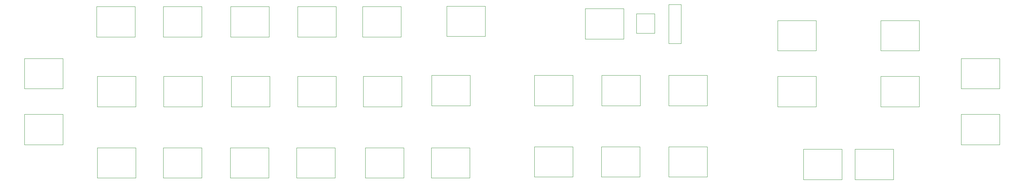
<source format=gbr>
G04 #@! TF.GenerationSoftware,KiCad,Pcbnew,(5.0.2)-1*
G04 #@! TF.CreationDate,2019-08-02T19:21:12-04:00*
G04 #@! TF.ProjectId,A-10C-UFC,412d3130-432d-4554-9643-2e6b69636164,1.2*
G04 #@! TF.SameCoordinates,Original*
G04 #@! TF.FileFunction,Other,User*
%FSLAX46Y46*%
G04 Gerber Fmt 4.6, Leading zero omitted, Abs format (unit mm)*
G04 Created by KiCad (PCBNEW (5.0.2)-1) date 8/2/2019 7:21:12 PM*
%MOMM*%
%LPD*%
G01*
G04 APERTURE LIST*
%ADD10C,0.050000*%
G04 APERTURE END LIST*
D10*
G04 #@! TO.C,SW24*
X220979000Y-84221000D02*
X220979000Y-91221000D01*
X220729000Y-91471000D02*
X211729000Y-91471000D01*
X211479000Y-91221000D02*
X211479000Y-84221000D01*
X211729000Y-83971000D02*
X220729000Y-83971000D01*
X211479000Y-91471000D02*
X211729000Y-91471000D01*
X211479000Y-91221000D02*
X211479000Y-91471000D01*
X211479000Y-83971000D02*
X211729000Y-83971000D01*
X211479000Y-84221000D02*
X211479000Y-83971000D01*
X220979000Y-83971000D02*
X220979000Y-84221000D01*
X220729000Y-83971000D02*
X220979000Y-83971000D01*
X220979000Y-91471000D02*
X220979000Y-91221000D01*
X220729000Y-91471000D02*
X220979000Y-91471000D01*
G04 #@! TO.C,SW22*
X204092000Y-109124000D02*
X204342000Y-109124000D01*
X204342000Y-109124000D02*
X204342000Y-108874000D01*
X204092000Y-101624000D02*
X204342000Y-101624000D01*
X204342000Y-101624000D02*
X204342000Y-101874000D01*
X194842000Y-101874000D02*
X194842000Y-101624000D01*
X194842000Y-101624000D02*
X195092000Y-101624000D01*
X194842000Y-108874000D02*
X194842000Y-109124000D01*
X194842000Y-109124000D02*
X195092000Y-109124000D01*
X195092000Y-101624000D02*
X204092000Y-101624000D01*
X194842000Y-108874000D02*
X194842000Y-101874000D01*
X204092000Y-109124000D02*
X195092000Y-109124000D01*
X204342000Y-101874000D02*
X204342000Y-108874000D01*
G04 #@! TO.C,SW12*
X146049000Y-67203000D02*
X146049000Y-74203000D01*
X145799000Y-74453000D02*
X136799000Y-74453000D01*
X136549000Y-74203000D02*
X136549000Y-67203000D01*
X136799000Y-66953000D02*
X145799000Y-66953000D01*
X136549000Y-74453000D02*
X136799000Y-74453000D01*
X136549000Y-74203000D02*
X136549000Y-74453000D01*
X136549000Y-66953000D02*
X136799000Y-66953000D01*
X136549000Y-67203000D02*
X136549000Y-66953000D01*
X146049000Y-66953000D02*
X146049000Y-67203000D01*
X145799000Y-66953000D02*
X146049000Y-66953000D01*
X146049000Y-74453000D02*
X146049000Y-74203000D01*
X145799000Y-74453000D02*
X146049000Y-74453000D01*
G04 #@! TO.C,SW25*
X220852000Y-101874000D02*
X220852000Y-108874000D01*
X220602000Y-109124000D02*
X211602000Y-109124000D01*
X211352000Y-108874000D02*
X211352000Y-101874000D01*
X211602000Y-101624000D02*
X220602000Y-101624000D01*
X211352000Y-109124000D02*
X211602000Y-109124000D01*
X211352000Y-108874000D02*
X211352000Y-109124000D01*
X211352000Y-101624000D02*
X211602000Y-101624000D01*
X211352000Y-101874000D02*
X211352000Y-101624000D01*
X220852000Y-101624000D02*
X220852000Y-101874000D01*
X220602000Y-101624000D02*
X220852000Y-101624000D01*
X220852000Y-109124000D02*
X220852000Y-108874000D01*
X220602000Y-109124000D02*
X220852000Y-109124000D01*
G04 #@! TO.C,SW31*
X283086000Y-109759000D02*
X283336000Y-109759000D01*
X283336000Y-109759000D02*
X283336000Y-109509000D01*
X283086000Y-102259000D02*
X283336000Y-102259000D01*
X283336000Y-102259000D02*
X283336000Y-102509000D01*
X273836000Y-102509000D02*
X273836000Y-102259000D01*
X273836000Y-102259000D02*
X274086000Y-102259000D01*
X273836000Y-109509000D02*
X273836000Y-109759000D01*
X273836000Y-109759000D02*
X274086000Y-109759000D01*
X274086000Y-102259000D02*
X283086000Y-102259000D01*
X273836000Y-109509000D02*
X273836000Y-102509000D01*
X283086000Y-109759000D02*
X274086000Y-109759000D01*
X283336000Y-102509000D02*
X283336000Y-109509000D01*
G04 #@! TO.C,SW23*
X216915000Y-67711000D02*
X216915000Y-74711000D01*
X216665000Y-74961000D02*
X207665000Y-74961000D01*
X207415000Y-74711000D02*
X207415000Y-67711000D01*
X207665000Y-67461000D02*
X216665000Y-67461000D01*
X207415000Y-74961000D02*
X207665000Y-74961000D01*
X207415000Y-74711000D02*
X207415000Y-74961000D01*
X207415000Y-67461000D02*
X207665000Y-67461000D01*
X207415000Y-67711000D02*
X207415000Y-67461000D01*
X216915000Y-67461000D02*
X216915000Y-67711000D01*
X216665000Y-67461000D02*
X216915000Y-67461000D01*
X216915000Y-74961000D02*
X216915000Y-74711000D01*
X216665000Y-74961000D02*
X216915000Y-74961000D01*
G04 #@! TO.C,SW32*
X289436000Y-77882000D02*
X289686000Y-77882000D01*
X289686000Y-77882000D02*
X289686000Y-77632000D01*
X289436000Y-70382000D02*
X289686000Y-70382000D01*
X289686000Y-70382000D02*
X289686000Y-70632000D01*
X280186000Y-70632000D02*
X280186000Y-70382000D01*
X280186000Y-70382000D02*
X280436000Y-70382000D01*
X280186000Y-77632000D02*
X280186000Y-77882000D01*
X280186000Y-77882000D02*
X280436000Y-77882000D01*
X280436000Y-70382000D02*
X289436000Y-70382000D01*
X280186000Y-77632000D02*
X280186000Y-70632000D01*
X289436000Y-77882000D02*
X280436000Y-77882000D01*
X289686000Y-70632000D02*
X289686000Y-77632000D01*
G04 #@! TO.C,SW14*
X145795000Y-102128000D02*
X145795000Y-109128000D01*
X145545000Y-109378000D02*
X136545000Y-109378000D01*
X136295000Y-109128000D02*
X136295000Y-102128000D01*
X136545000Y-101878000D02*
X145545000Y-101878000D01*
X136295000Y-109378000D02*
X136545000Y-109378000D01*
X136295000Y-109128000D02*
X136295000Y-109378000D01*
X136295000Y-101878000D02*
X136545000Y-101878000D01*
X136295000Y-102128000D02*
X136295000Y-101878000D01*
X145795000Y-101878000D02*
X145795000Y-102128000D01*
X145545000Y-101878000D02*
X145795000Y-101878000D01*
X145795000Y-109378000D02*
X145795000Y-109128000D01*
X145545000Y-109378000D02*
X145795000Y-109378000D01*
G04 #@! TO.C,SW16*
X162178000Y-84475000D02*
X162178000Y-91475000D01*
X161928000Y-91725000D02*
X152928000Y-91725000D01*
X152678000Y-91475000D02*
X152678000Y-84475000D01*
X152928000Y-84225000D02*
X161928000Y-84225000D01*
X152678000Y-91725000D02*
X152928000Y-91725000D01*
X152678000Y-91475000D02*
X152678000Y-91725000D01*
X152678000Y-84225000D02*
X152928000Y-84225000D01*
X152678000Y-84475000D02*
X152678000Y-84225000D01*
X162178000Y-84225000D02*
X162178000Y-84475000D01*
X161928000Y-84225000D02*
X162178000Y-84225000D01*
X162178000Y-91725000D02*
X162178000Y-91475000D01*
X161928000Y-91725000D02*
X162178000Y-91725000D01*
G04 #@! TO.C,SW2*
X78739000Y-93873000D02*
X78739000Y-100873000D01*
X78489000Y-101123000D02*
X69489000Y-101123000D01*
X69239000Y-100873000D02*
X69239000Y-93873000D01*
X69489000Y-93623000D02*
X78489000Y-93623000D01*
X69239000Y-101123000D02*
X69489000Y-101123000D01*
X69239000Y-100873000D02*
X69239000Y-101123000D01*
X69239000Y-93623000D02*
X69489000Y-93623000D01*
X69239000Y-93873000D02*
X69239000Y-93623000D01*
X78739000Y-93623000D02*
X78739000Y-93873000D01*
X78489000Y-93623000D02*
X78739000Y-93623000D01*
X78739000Y-101123000D02*
X78739000Y-100873000D01*
X78489000Y-101123000D02*
X78739000Y-101123000D01*
G04 #@! TO.C,SW35*
X309498000Y-93873000D02*
X309498000Y-100873000D01*
X309248000Y-101123000D02*
X300248000Y-101123000D01*
X299998000Y-100873000D02*
X299998000Y-93873000D01*
X300248000Y-93623000D02*
X309248000Y-93623000D01*
X299998000Y-101123000D02*
X300248000Y-101123000D01*
X299998000Y-100873000D02*
X299998000Y-101123000D01*
X299998000Y-93623000D02*
X300248000Y-93623000D01*
X299998000Y-93873000D02*
X299998000Y-93623000D01*
X309498000Y-93623000D02*
X309498000Y-93873000D01*
X309248000Y-93623000D02*
X309498000Y-93623000D01*
X309498000Y-101123000D02*
X309498000Y-100873000D01*
X309248000Y-101123000D02*
X309498000Y-101123000D01*
G04 #@! TO.C,SW17*
X162436000Y-109378000D02*
X162686000Y-109378000D01*
X162686000Y-109378000D02*
X162686000Y-109128000D01*
X162436000Y-101878000D02*
X162686000Y-101878000D01*
X162686000Y-101878000D02*
X162686000Y-102128000D01*
X153186000Y-102128000D02*
X153186000Y-101878000D01*
X153186000Y-101878000D02*
X153436000Y-101878000D01*
X153186000Y-109128000D02*
X153186000Y-109378000D01*
X153186000Y-109378000D02*
X153436000Y-109378000D01*
X153436000Y-101878000D02*
X162436000Y-101878000D01*
X153186000Y-109128000D02*
X153186000Y-102128000D01*
X162436000Y-109378000D02*
X153436000Y-109378000D01*
X162686000Y-102128000D02*
X162686000Y-109128000D01*
G04 #@! TO.C,SW15*
X162051000Y-67203000D02*
X162051000Y-74203000D01*
X161801000Y-74453000D02*
X152801000Y-74453000D01*
X152551000Y-74203000D02*
X152551000Y-67203000D01*
X152801000Y-66953000D02*
X161801000Y-66953000D01*
X152551000Y-74453000D02*
X152801000Y-74453000D01*
X152551000Y-74203000D02*
X152551000Y-74453000D01*
X152551000Y-66953000D02*
X152801000Y-66953000D01*
X152551000Y-67203000D02*
X152551000Y-66953000D01*
X162051000Y-66953000D02*
X162051000Y-67203000D01*
X161801000Y-66953000D02*
X162051000Y-66953000D01*
X162051000Y-74453000D02*
X162051000Y-74203000D01*
X161801000Y-74453000D02*
X162051000Y-74453000D01*
G04 #@! TO.C,SW8*
X112652000Y-109378000D02*
X112902000Y-109378000D01*
X112902000Y-109378000D02*
X112902000Y-109128000D01*
X112652000Y-101878000D02*
X112902000Y-101878000D01*
X112902000Y-101878000D02*
X112902000Y-102128000D01*
X103402000Y-102128000D02*
X103402000Y-101878000D01*
X103402000Y-101878000D02*
X103652000Y-101878000D01*
X103402000Y-109128000D02*
X103402000Y-109378000D01*
X103402000Y-109378000D02*
X103652000Y-109378000D01*
X103652000Y-101878000D02*
X112652000Y-101878000D01*
X103402000Y-109128000D02*
X103402000Y-102128000D01*
X112652000Y-109378000D02*
X103652000Y-109378000D01*
X112902000Y-102128000D02*
X112902000Y-109128000D01*
G04 #@! TO.C,SW29*
X264036000Y-91725000D02*
X264286000Y-91725000D01*
X264286000Y-91725000D02*
X264286000Y-91475000D01*
X264036000Y-84225000D02*
X264286000Y-84225000D01*
X264286000Y-84225000D02*
X264286000Y-84475000D01*
X254786000Y-84475000D02*
X254786000Y-84225000D01*
X254786000Y-84225000D02*
X255036000Y-84225000D01*
X254786000Y-91475000D02*
X254786000Y-91725000D01*
X254786000Y-91725000D02*
X255036000Y-91725000D01*
X255036000Y-84225000D02*
X264036000Y-84225000D01*
X254786000Y-91475000D02*
X254786000Y-84475000D01*
X264036000Y-91725000D02*
X255036000Y-91725000D01*
X264286000Y-84475000D02*
X264286000Y-91475000D01*
G04 #@! TO.C,SW11*
X129412000Y-102128000D02*
X129412000Y-109128000D01*
X129162000Y-109378000D02*
X120162000Y-109378000D01*
X119912000Y-109128000D02*
X119912000Y-102128000D01*
X120162000Y-101878000D02*
X129162000Y-101878000D01*
X119912000Y-109378000D02*
X120162000Y-109378000D01*
X119912000Y-109128000D02*
X119912000Y-109378000D01*
X119912000Y-101878000D02*
X120162000Y-101878000D01*
X119912000Y-102128000D02*
X119912000Y-101878000D01*
X129412000Y-101878000D02*
X129412000Y-102128000D01*
X129162000Y-101878000D02*
X129412000Y-101878000D01*
X129412000Y-109378000D02*
X129412000Y-109128000D01*
X129162000Y-109378000D02*
X129412000Y-109378000D01*
G04 #@! TO.C,SW3*
X96519000Y-67203000D02*
X96519000Y-74203000D01*
X96269000Y-74453000D02*
X87269000Y-74453000D01*
X87019000Y-74203000D02*
X87019000Y-67203000D01*
X87269000Y-66953000D02*
X96269000Y-66953000D01*
X87019000Y-74453000D02*
X87269000Y-74453000D01*
X87019000Y-74203000D02*
X87019000Y-74453000D01*
X87019000Y-66953000D02*
X87269000Y-66953000D01*
X87019000Y-67203000D02*
X87019000Y-66953000D01*
X96519000Y-66953000D02*
X96519000Y-67203000D01*
X96269000Y-66953000D02*
X96519000Y-66953000D01*
X96519000Y-74453000D02*
X96519000Y-74203000D01*
X96269000Y-74453000D02*
X96519000Y-74453000D01*
G04 #@! TO.C,SW6*
X112652000Y-74453000D02*
X112902000Y-74453000D01*
X112902000Y-74453000D02*
X112902000Y-74203000D01*
X112652000Y-66953000D02*
X112902000Y-66953000D01*
X112902000Y-66953000D02*
X112902000Y-67203000D01*
X103402000Y-67203000D02*
X103402000Y-66953000D01*
X103402000Y-66953000D02*
X103652000Y-66953000D01*
X103402000Y-74203000D02*
X103402000Y-74453000D01*
X103402000Y-74453000D02*
X103652000Y-74453000D01*
X103652000Y-66953000D02*
X112652000Y-66953000D01*
X103402000Y-74203000D02*
X103402000Y-67203000D01*
X112652000Y-74453000D02*
X103652000Y-74453000D01*
X112902000Y-67203000D02*
X112902000Y-74203000D01*
G04 #@! TO.C,SW18*
X182502000Y-74326000D02*
X182752000Y-74326000D01*
X182752000Y-74326000D02*
X182752000Y-74076000D01*
X182502000Y-66826000D02*
X182752000Y-66826000D01*
X182752000Y-66826000D02*
X182752000Y-67076000D01*
X173252000Y-67076000D02*
X173252000Y-66826000D01*
X173252000Y-66826000D02*
X173502000Y-66826000D01*
X173252000Y-74076000D02*
X173252000Y-74326000D01*
X173252000Y-74326000D02*
X173502000Y-74326000D01*
X173502000Y-66826000D02*
X182502000Y-66826000D01*
X173252000Y-74076000D02*
X173252000Y-67076000D01*
X182502000Y-74326000D02*
X173502000Y-74326000D01*
X182752000Y-67076000D02*
X182752000Y-74076000D01*
G04 #@! TO.C,D1*
X224500000Y-68700000D02*
X220000000Y-68700000D01*
X220000000Y-68700000D02*
X220000000Y-73550000D01*
X220000000Y-73550000D02*
X224500000Y-73550000D01*
X224500000Y-73550000D02*
X224500000Y-68700000D01*
G04 #@! TO.C,SW19*
X178819000Y-91471000D02*
X179069000Y-91471000D01*
X179069000Y-91471000D02*
X179069000Y-91221000D01*
X178819000Y-83971000D02*
X179069000Y-83971000D01*
X179069000Y-83971000D02*
X179069000Y-84221000D01*
X169569000Y-84221000D02*
X169569000Y-83971000D01*
X169569000Y-83971000D02*
X169819000Y-83971000D01*
X169569000Y-91221000D02*
X169569000Y-91471000D01*
X169569000Y-91471000D02*
X169819000Y-91471000D01*
X169819000Y-83971000D02*
X178819000Y-83971000D01*
X169569000Y-91221000D02*
X169569000Y-84221000D01*
X178819000Y-91471000D02*
X169819000Y-91471000D01*
X179069000Y-84221000D02*
X179069000Y-91221000D01*
G04 #@! TO.C,SW33*
X289436000Y-91725000D02*
X289686000Y-91725000D01*
X289686000Y-91725000D02*
X289686000Y-91475000D01*
X289436000Y-84225000D02*
X289686000Y-84225000D01*
X289686000Y-84225000D02*
X289686000Y-84475000D01*
X280186000Y-84475000D02*
X280186000Y-84225000D01*
X280186000Y-84225000D02*
X280436000Y-84225000D01*
X280186000Y-91475000D02*
X280186000Y-91725000D01*
X280186000Y-91725000D02*
X280436000Y-91725000D01*
X280436000Y-84225000D02*
X289436000Y-84225000D01*
X280186000Y-91475000D02*
X280186000Y-84475000D01*
X289436000Y-91725000D02*
X280436000Y-91725000D01*
X289686000Y-84475000D02*
X289686000Y-91475000D01*
G04 #@! TO.C,SW20*
X178692000Y-109378000D02*
X178942000Y-109378000D01*
X178942000Y-109378000D02*
X178942000Y-109128000D01*
X178692000Y-101878000D02*
X178942000Y-101878000D01*
X178942000Y-101878000D02*
X178942000Y-102128000D01*
X169442000Y-102128000D02*
X169442000Y-101878000D01*
X169442000Y-101878000D02*
X169692000Y-101878000D01*
X169442000Y-109128000D02*
X169442000Y-109378000D01*
X169442000Y-109378000D02*
X169692000Y-109378000D01*
X169692000Y-101878000D02*
X178692000Y-101878000D01*
X169442000Y-109128000D02*
X169442000Y-102128000D01*
X178692000Y-109378000D02*
X169692000Y-109378000D01*
X178942000Y-102128000D02*
X178942000Y-109128000D01*
G04 #@! TO.C,SW7*
X112779000Y-91725000D02*
X113029000Y-91725000D01*
X113029000Y-91725000D02*
X113029000Y-91475000D01*
X112779000Y-84225000D02*
X113029000Y-84225000D01*
X113029000Y-84225000D02*
X113029000Y-84475000D01*
X103529000Y-84475000D02*
X103529000Y-84225000D01*
X103529000Y-84225000D02*
X103779000Y-84225000D01*
X103529000Y-91475000D02*
X103529000Y-91725000D01*
X103529000Y-91725000D02*
X103779000Y-91725000D01*
X103779000Y-84225000D02*
X112779000Y-84225000D01*
X103529000Y-91475000D02*
X103529000Y-84475000D01*
X112779000Y-91725000D02*
X103779000Y-91725000D01*
X113029000Y-84475000D02*
X113029000Y-91475000D01*
G04 #@! TO.C,SW30*
X270386000Y-109759000D02*
X270636000Y-109759000D01*
X270636000Y-109759000D02*
X270636000Y-109509000D01*
X270386000Y-102259000D02*
X270636000Y-102259000D01*
X270636000Y-102259000D02*
X270636000Y-102509000D01*
X261136000Y-102509000D02*
X261136000Y-102259000D01*
X261136000Y-102259000D02*
X261386000Y-102259000D01*
X261136000Y-109509000D02*
X261136000Y-109759000D01*
X261136000Y-109759000D02*
X261386000Y-109759000D01*
X261386000Y-102259000D02*
X270386000Y-102259000D01*
X261136000Y-109509000D02*
X261136000Y-102509000D01*
X270386000Y-109759000D02*
X261386000Y-109759000D01*
X270636000Y-102509000D02*
X270636000Y-109509000D01*
G04 #@! TO.C,SW13*
X146049000Y-84475000D02*
X146049000Y-91475000D01*
X145799000Y-91725000D02*
X136799000Y-91725000D01*
X136549000Y-91475000D02*
X136549000Y-84475000D01*
X136799000Y-84225000D02*
X145799000Y-84225000D01*
X136549000Y-91725000D02*
X136799000Y-91725000D01*
X136549000Y-91475000D02*
X136549000Y-91725000D01*
X136549000Y-84225000D02*
X136799000Y-84225000D01*
X136549000Y-84475000D02*
X136549000Y-84225000D01*
X146049000Y-84225000D02*
X146049000Y-84475000D01*
X145799000Y-84225000D02*
X146049000Y-84225000D01*
X146049000Y-91725000D02*
X146049000Y-91475000D01*
X145799000Y-91725000D02*
X146049000Y-91725000D01*
G04 #@! TO.C,SW10*
X129416000Y-91725000D02*
X129666000Y-91725000D01*
X129666000Y-91725000D02*
X129666000Y-91475000D01*
X129416000Y-84225000D02*
X129666000Y-84225000D01*
X129666000Y-84225000D02*
X129666000Y-84475000D01*
X120166000Y-84475000D02*
X120166000Y-84225000D01*
X120166000Y-84225000D02*
X120416000Y-84225000D01*
X120166000Y-91475000D02*
X120166000Y-91725000D01*
X120166000Y-91725000D02*
X120416000Y-91725000D01*
X120416000Y-84225000D02*
X129416000Y-84225000D01*
X120166000Y-91475000D02*
X120166000Y-84475000D01*
X129416000Y-91725000D02*
X120416000Y-91725000D01*
X129666000Y-84475000D02*
X129666000Y-91475000D01*
G04 #@! TO.C,SW27*
X237489000Y-101874000D02*
X237489000Y-108874000D01*
X237239000Y-109124000D02*
X228239000Y-109124000D01*
X227989000Y-108874000D02*
X227989000Y-101874000D01*
X228239000Y-101624000D02*
X237239000Y-101624000D01*
X227989000Y-109124000D02*
X228239000Y-109124000D01*
X227989000Y-108874000D02*
X227989000Y-109124000D01*
X227989000Y-101624000D02*
X228239000Y-101624000D01*
X227989000Y-101874000D02*
X227989000Y-101624000D01*
X237489000Y-101624000D02*
X237489000Y-101874000D01*
X237239000Y-101624000D02*
X237489000Y-101624000D01*
X237489000Y-109124000D02*
X237489000Y-108874000D01*
X237239000Y-109124000D02*
X237489000Y-109124000D01*
G04 #@! TO.C,SW9*
X129289000Y-74453000D02*
X129539000Y-74453000D01*
X129539000Y-74453000D02*
X129539000Y-74203000D01*
X129289000Y-66953000D02*
X129539000Y-66953000D01*
X129539000Y-66953000D02*
X129539000Y-67203000D01*
X120039000Y-67203000D02*
X120039000Y-66953000D01*
X120039000Y-66953000D02*
X120289000Y-66953000D01*
X120039000Y-74203000D02*
X120039000Y-74453000D01*
X120039000Y-74453000D02*
X120289000Y-74453000D01*
X120289000Y-66953000D02*
X129289000Y-66953000D01*
X120039000Y-74203000D02*
X120039000Y-67203000D01*
X129289000Y-74453000D02*
X120289000Y-74453000D01*
X129539000Y-67203000D02*
X129539000Y-74203000D01*
G04 #@! TO.C,SW34*
X309498000Y-80030000D02*
X309498000Y-87030000D01*
X309248000Y-87280000D02*
X300248000Y-87280000D01*
X299998000Y-87030000D02*
X299998000Y-80030000D01*
X300248000Y-79780000D02*
X309248000Y-79780000D01*
X299998000Y-87280000D02*
X300248000Y-87280000D01*
X299998000Y-87030000D02*
X299998000Y-87280000D01*
X299998000Y-79780000D02*
X300248000Y-79780000D01*
X299998000Y-80030000D02*
X299998000Y-79780000D01*
X309498000Y-79780000D02*
X309498000Y-80030000D01*
X309248000Y-79780000D02*
X309498000Y-79780000D01*
X309498000Y-87280000D02*
X309498000Y-87030000D01*
X309248000Y-87280000D02*
X309498000Y-87280000D01*
G04 #@! TO.C,R1*
X227989000Y-76107000D02*
X230989000Y-76107000D01*
X230989000Y-76107000D02*
X230989000Y-66387000D01*
X230989000Y-66387000D02*
X227989000Y-66387000D01*
X227989000Y-66387000D02*
X227989000Y-76107000D01*
G04 #@! TO.C,SW5*
X96396000Y-109378000D02*
X96646000Y-109378000D01*
X96646000Y-109378000D02*
X96646000Y-109128000D01*
X96396000Y-101878000D02*
X96646000Y-101878000D01*
X96646000Y-101878000D02*
X96646000Y-102128000D01*
X87146000Y-102128000D02*
X87146000Y-101878000D01*
X87146000Y-101878000D02*
X87396000Y-101878000D01*
X87146000Y-109128000D02*
X87146000Y-109378000D01*
X87146000Y-109378000D02*
X87396000Y-109378000D01*
X87396000Y-101878000D02*
X96396000Y-101878000D01*
X87146000Y-109128000D02*
X87146000Y-102128000D01*
X96396000Y-109378000D02*
X87396000Y-109378000D01*
X96646000Y-102128000D02*
X96646000Y-109128000D01*
G04 #@! TO.C,SW28*
X264036000Y-77882000D02*
X264286000Y-77882000D01*
X264286000Y-77882000D02*
X264286000Y-77632000D01*
X264036000Y-70382000D02*
X264286000Y-70382000D01*
X264286000Y-70382000D02*
X264286000Y-70632000D01*
X254786000Y-70632000D02*
X254786000Y-70382000D01*
X254786000Y-70382000D02*
X255036000Y-70382000D01*
X254786000Y-77632000D02*
X254786000Y-77882000D01*
X254786000Y-77882000D02*
X255036000Y-77882000D01*
X255036000Y-70382000D02*
X264036000Y-70382000D01*
X254786000Y-77632000D02*
X254786000Y-70632000D01*
X264036000Y-77882000D02*
X255036000Y-77882000D01*
X264286000Y-70632000D02*
X264286000Y-77632000D01*
G04 #@! TO.C,SW21*
X204092000Y-91471000D02*
X204342000Y-91471000D01*
X204342000Y-91471000D02*
X204342000Y-91221000D01*
X204092000Y-83971000D02*
X204342000Y-83971000D01*
X204342000Y-83971000D02*
X204342000Y-84221000D01*
X194842000Y-84221000D02*
X194842000Y-83971000D01*
X194842000Y-83971000D02*
X195092000Y-83971000D01*
X194842000Y-91221000D02*
X194842000Y-91471000D01*
X194842000Y-91471000D02*
X195092000Y-91471000D01*
X195092000Y-83971000D02*
X204092000Y-83971000D01*
X194842000Y-91221000D02*
X194842000Y-84221000D01*
X204092000Y-91471000D02*
X195092000Y-91471000D01*
X204342000Y-84221000D02*
X204342000Y-91221000D01*
G04 #@! TO.C,SW1*
X78739000Y-80030000D02*
X78739000Y-87030000D01*
X78489000Y-87280000D02*
X69489000Y-87280000D01*
X69239000Y-87030000D02*
X69239000Y-80030000D01*
X69489000Y-79780000D02*
X78489000Y-79780000D01*
X69239000Y-87280000D02*
X69489000Y-87280000D01*
X69239000Y-87030000D02*
X69239000Y-87280000D01*
X69239000Y-79780000D02*
X69489000Y-79780000D01*
X69239000Y-80030000D02*
X69239000Y-79780000D01*
X78739000Y-79780000D02*
X78739000Y-80030000D01*
X78489000Y-79780000D02*
X78739000Y-79780000D01*
X78739000Y-87280000D02*
X78739000Y-87030000D01*
X78489000Y-87280000D02*
X78739000Y-87280000D01*
G04 #@! TO.C,SW4*
X96646000Y-84475000D02*
X96646000Y-91475000D01*
X96396000Y-91725000D02*
X87396000Y-91725000D01*
X87146000Y-91475000D02*
X87146000Y-84475000D01*
X87396000Y-84225000D02*
X96396000Y-84225000D01*
X87146000Y-91725000D02*
X87396000Y-91725000D01*
X87146000Y-91475000D02*
X87146000Y-91725000D01*
X87146000Y-84225000D02*
X87396000Y-84225000D01*
X87146000Y-84475000D02*
X87146000Y-84225000D01*
X96646000Y-84225000D02*
X96646000Y-84475000D01*
X96396000Y-84225000D02*
X96646000Y-84225000D01*
X96646000Y-91725000D02*
X96646000Y-91475000D01*
X96396000Y-91725000D02*
X96646000Y-91725000D01*
G04 #@! TO.C,SW26*
X237489000Y-84221000D02*
X237489000Y-91221000D01*
X237239000Y-91471000D02*
X228239000Y-91471000D01*
X227989000Y-91221000D02*
X227989000Y-84221000D01*
X228239000Y-83971000D02*
X237239000Y-83971000D01*
X227989000Y-91471000D02*
X228239000Y-91471000D01*
X227989000Y-91221000D02*
X227989000Y-91471000D01*
X227989000Y-83971000D02*
X228239000Y-83971000D01*
X227989000Y-84221000D02*
X227989000Y-83971000D01*
X237489000Y-83971000D02*
X237489000Y-84221000D01*
X237239000Y-83971000D02*
X237489000Y-83971000D01*
X237489000Y-91471000D02*
X237489000Y-91221000D01*
X237239000Y-91471000D02*
X237489000Y-91471000D01*
G04 #@! TD*
M02*

</source>
